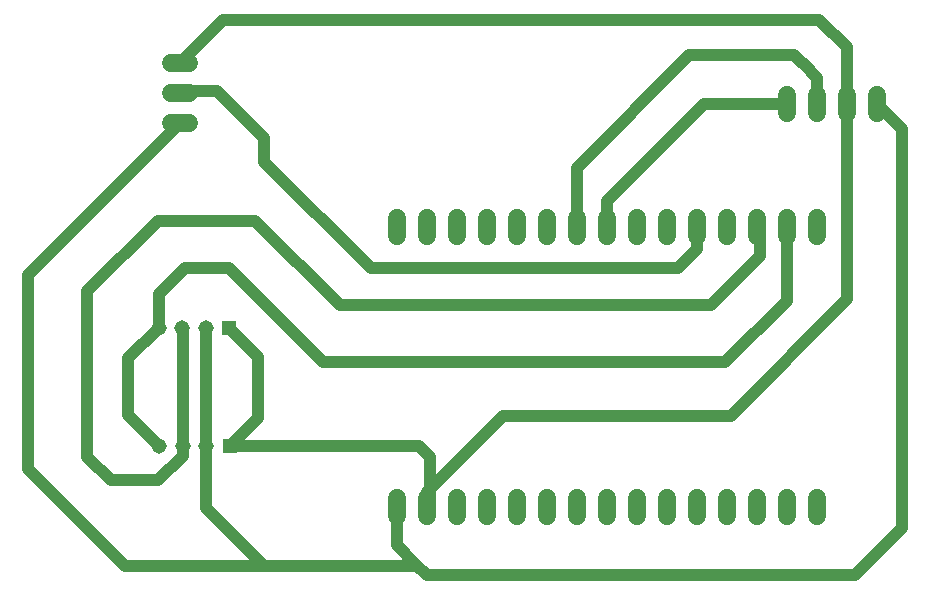
<source format=gbr>
G04 EAGLE Gerber RS-274X export*
G75*
%MOMM*%
%FSLAX34Y34*%
%LPD*%
%INTop Copper*%
%IPPOS*%
%AMOC8*
5,1,8,0,0,1.08239X$1,22.5*%
G01*
%ADD10R,1.308000X1.308000*%
%ADD11C,1.308000*%
%ADD12C,1.524000*%
%ADD13C,1.000000*%


D10*
X770500Y409200D03*
D11*
X750500Y409200D03*
X730500Y409200D03*
X710500Y409200D03*
D10*
X770800Y309200D03*
D11*
X750800Y309200D03*
X730800Y309200D03*
X710800Y309200D03*
D12*
X912000Y486680D02*
X912000Y501920D01*
X937400Y501920D02*
X937400Y486680D01*
X962800Y486680D02*
X962800Y501920D01*
X988200Y501920D02*
X988200Y486680D01*
X1013600Y486680D02*
X1013600Y501920D01*
X1039000Y501920D02*
X1039000Y486680D01*
X1064400Y486680D02*
X1064400Y501920D01*
X1089800Y501920D02*
X1089800Y486680D01*
X1115200Y486680D02*
X1115200Y501920D01*
X1140600Y501920D02*
X1140600Y486680D01*
X1166000Y486680D02*
X1166000Y501920D01*
X1191400Y501920D02*
X1191400Y486680D01*
X1216800Y486680D02*
X1216800Y501920D01*
X1242200Y501920D02*
X1242200Y486680D01*
X1267600Y486680D02*
X1267600Y501920D01*
X912000Y265420D02*
X912000Y250180D01*
X937400Y250180D02*
X937400Y265420D01*
X962800Y265420D02*
X962800Y250180D01*
X988200Y250180D02*
X988200Y265420D01*
X1013600Y265420D02*
X1013600Y250180D01*
X1039000Y250180D02*
X1039000Y265420D01*
X1064400Y265420D02*
X1064400Y250180D01*
X1089800Y250180D02*
X1089800Y265420D01*
X1115200Y265420D02*
X1115200Y250180D01*
X1140600Y250180D02*
X1140600Y265420D01*
X1166000Y265420D02*
X1166000Y250180D01*
X1191400Y250180D02*
X1191400Y265420D01*
X1216800Y265420D02*
X1216800Y250180D01*
X1242200Y250180D02*
X1242200Y265420D01*
X1267600Y265420D02*
X1267600Y250180D01*
X736320Y582500D02*
X721080Y582500D01*
X721080Y607900D02*
X736320Y607900D01*
X736320Y633300D02*
X721080Y633300D01*
X1318600Y606320D02*
X1318600Y591080D01*
X1293200Y591080D02*
X1293200Y606320D01*
X1267800Y606320D02*
X1267800Y591080D01*
X1242400Y591080D02*
X1242400Y606320D01*
D13*
X800000Y207800D02*
X682200Y207800D01*
X600000Y290000D01*
X600000Y453800D01*
X728700Y582500D01*
X928789Y208789D02*
X937577Y200000D01*
X928789Y208789D02*
X912000Y225577D01*
X912000Y257800D01*
X937577Y200000D02*
X1300000Y200000D01*
X1340000Y240000D01*
X1340000Y577300D02*
X1318600Y598700D01*
X1340000Y577300D02*
X1340000Y240000D01*
X750500Y309500D02*
X750500Y409200D01*
X750500Y309500D02*
X750800Y309200D01*
X750800Y257000D02*
X800000Y207800D01*
X750800Y257000D02*
X750800Y309200D01*
X927800Y207800D02*
X928789Y208789D01*
X927800Y207800D02*
X800000Y207800D01*
X794800Y333200D02*
X794800Y384900D01*
X794800Y333200D02*
X770800Y309200D01*
X794800Y384900D02*
X770500Y409200D01*
X1194773Y334773D02*
X1293200Y433200D01*
X1293200Y598700D01*
X1293200Y646800D01*
X1270000Y670000D01*
X765400Y670000D02*
X728700Y633300D01*
X765400Y670000D02*
X1270000Y670000D01*
X1194773Y334773D02*
X1002151Y334773D01*
X937400Y270023D02*
X937400Y257800D01*
X937400Y270023D02*
X1002151Y334773D01*
X930800Y309200D02*
X770800Y309200D01*
X930800Y309200D02*
X940000Y300000D01*
X940000Y260400D01*
X937400Y257800D01*
X1166000Y476000D02*
X1166000Y494300D01*
X1166000Y476000D02*
X1150000Y460000D01*
X890000Y460000D01*
X730800Y610000D02*
X728700Y607900D01*
X730800Y610000D02*
X760000Y610000D01*
X800000Y570000D01*
X800000Y550000D02*
X890000Y460000D01*
X800000Y550000D02*
X800000Y570000D01*
X1171977Y598700D02*
X1242400Y598700D01*
X1089800Y516523D02*
X1089800Y494300D01*
X1089800Y516523D02*
X1171977Y598700D01*
X1254361Y634361D02*
X1256544Y632179D01*
X1254361Y634361D02*
X1248723Y640000D01*
X1160000Y640000D01*
X1064400Y544400D01*
X1064400Y494300D01*
X1256544Y632179D02*
X1267800Y620923D01*
X1267800Y598700D01*
X684800Y383500D02*
X684800Y335200D01*
X710800Y309200D01*
X684800Y383500D02*
X710500Y409200D01*
X1242200Y432200D02*
X1242200Y494300D01*
X732825Y460000D02*
X710500Y437675D01*
X710500Y409200D01*
X1190000Y380000D02*
X1242200Y432200D01*
X1190000Y380000D02*
X850000Y380000D01*
X770000Y460000D02*
X732825Y460000D01*
X770000Y460000D02*
X850000Y380000D01*
X730800Y408900D02*
X730500Y409200D01*
X730800Y408900D02*
X730800Y309200D01*
X710000Y500000D02*
X792525Y500000D01*
X864049Y428476D01*
X710000Y500000D02*
X650000Y440000D01*
X650000Y300000D01*
X670000Y280000D01*
X710000Y280000D01*
X730800Y300800D02*
X730800Y309200D01*
X730800Y300800D02*
X710000Y280000D01*
X1216800Y494300D02*
X1220000Y491100D01*
X1220000Y470000D01*
X1178476Y428476D01*
X864049Y428476D01*
M02*

</source>
